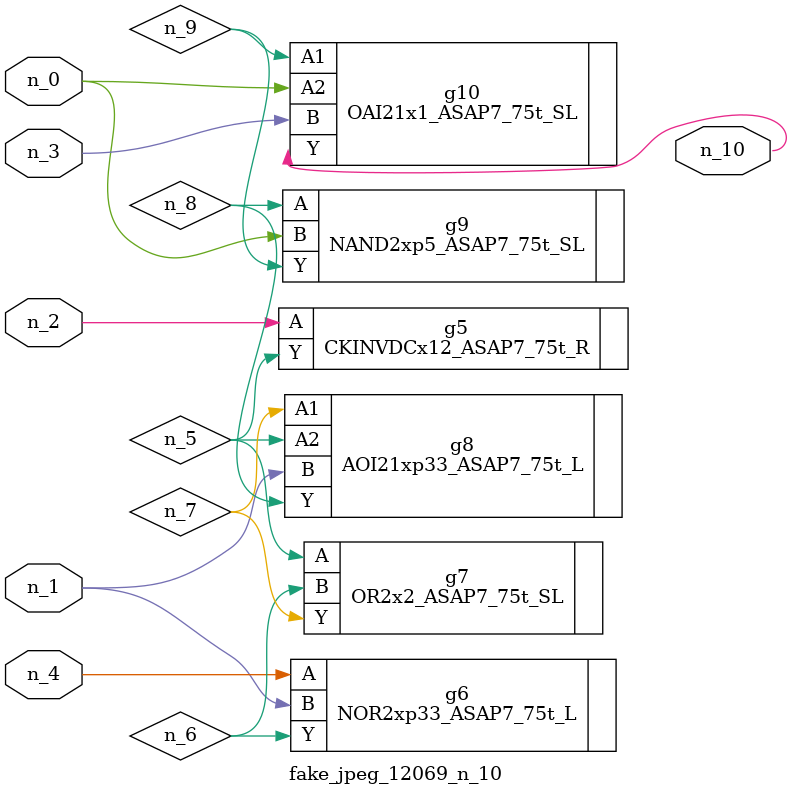
<source format=v>
module fake_jpeg_12069_n_10 (n_3, n_2, n_1, n_0, n_4, n_10);

input n_3;
input n_2;
input n_1;
input n_0;
input n_4;

output n_10;

wire n_8;
wire n_9;
wire n_6;
wire n_5;
wire n_7;

CKINVDCx12_ASAP7_75t_R g5 ( 
.A(n_2),
.Y(n_5)
);

NOR2xp33_ASAP7_75t_L g6 ( 
.A(n_4),
.B(n_1),
.Y(n_6)
);

OR2x2_ASAP7_75t_SL g7 ( 
.A(n_5),
.B(n_6),
.Y(n_7)
);

AOI21xp33_ASAP7_75t_L g8 ( 
.A1(n_7),
.A2(n_5),
.B(n_1),
.Y(n_8)
);

NAND2xp5_ASAP7_75t_SL g9 ( 
.A(n_8),
.B(n_0),
.Y(n_9)
);

OAI21x1_ASAP7_75t_SL g10 ( 
.A1(n_9),
.A2(n_0),
.B(n_3),
.Y(n_10)
);


endmodule
</source>
